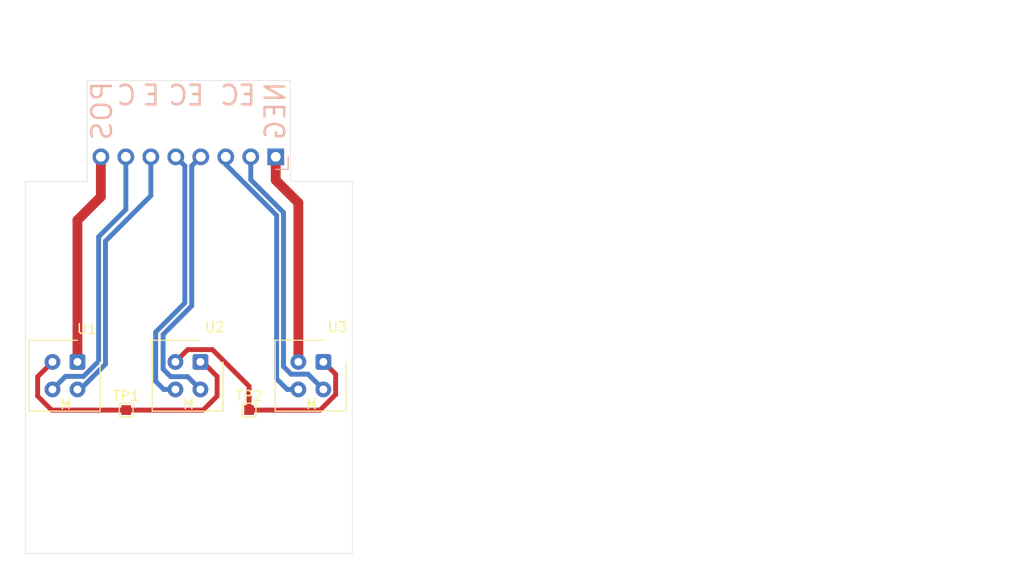
<source format=kicad_pcb>
(kicad_pcb (version 20211014) (generator pcbnew)
  (layers (0 "F.Cu" signal) (31 "B.Cu" signal) (34 "B.Paste" user) (35 "F.Paste" user) (36 "B.SilkS" user "B.Silkscreen") (37 "F.SilkS" user "F.Silkscreen") (38 "B.Mask" user) (39 "F.Mask" user) (44 "Edge.Cuts" user))
  (net 0 "")
  (net 1 "/NEG")
  (net 2 "/POS")
  (net 3 "/E3")
  (net 4 "/C3")
  (net 5 "/E2")
  (net 6 "/C2")
  (net 7 "/E1")
  (net 8 "/C1")
  (net 9 "Net-(TP1-Pad1)")
  (net 10 "Net-(TP2-Pad1)")
  (footprint "Mounting_Holes:MountingHole_3.2mm_M3" (layer "F.Cu") (at 137.5 100)
    (fp_text reference "H1" hide)
    (fp_text value "MountingHole")
    (pad "" np_thru_hole circle locked (at 0 0) (size 3.2 3.2) (drill 3.2) (layers *.Cu *.Mask))
  )
  (footprint "Mounting_Holes:MountingHole_3.2mm_M3" (layer "F.Cu") (at 137.5 80)
    (fp_text reference "H2" hide)
    (fp_text value "MountingHole")
    (pad "" np_thru_hole circle locked (at 0 0) (size 3.2 3.2) (drill 3.2) (layers *.Cu *.Mask))
  )
  (footprint "OptoDevice:Vishay_CNY70" (layer "F.Cu") (at 132.55 88.525 -90)
    (fp_text reference "U1" (at -3.35 -0.95) (layer "F.SilkS"))
    (fp_text value "CNY70")
    (fp_text user "M" (at 4.3 1.2 unlocked) (layer "F.SilkS"))
    (fp_line (start 5 4.9) (end 5 -2.3) (layer "F.SilkS") (width 0.12))
    (fp_line (start -2.2 0) (end -2.2 4.9) (layer "F.SilkS") (width 0.12))
    (fp_line (start -2.2 4.9) (end 5 4.9) (layer "F.SilkS") (width 0.12))
    (fp_line (start 5 -2.3) (end 0 -2.3) (layer "F.SilkS") (width 0.12))
    (pad "1" thru_hole roundrect (at 0 0 270) (size 1.6 1.6) (drill 0.8) (layers *.Cu *.Mask) (roundrect_rratio 0.156) (net 2 "/POS"))
    (pad "2" thru_hole circle (at 0 2.54 270) (size 1.6 1.6) (drill 0.8) (layers *.Cu *.Mask) (net 9 "Net-(TP1-Pad1)"))
    (pad "3" thru_hole circle (at 2.8 2.54 270) (size 1.6 1.6) (drill 0.8) (layers *.Cu *.Mask) (net 8 "/C1"))
    (pad "4" thru_hole circle (at 2.8 0 270) (size 1.6 1.6) (drill 0.8) (layers *.Cu *.Mask) (net 7 "/E1"))
  )
  (footprint "OptoDevice:Vishay_CNY70" (layer "F.Cu") (at 145.05 88.525 -90)
    (fp_text reference "U2" (at -3.525 -1.45) (layer "F.SilkS"))
    (fp_text value "CNY70")
    (fp_text user "M" (at 4.3 1.2 unlocked) (layer "F.SilkS"))
    (fp_line (start -2.2 4.9) (end 5 4.9) (layer "F.SilkS") (width 0.12))
    (fp_line (start 5 4.9) (end 5 -2.3) (layer "F.SilkS") (width 0.12))
    (fp_line (start 5 -2.3) (end 0 -2.3) (layer "F.SilkS") (width 0.12))
    (fp_line (start -2.2 0) (end -2.2 4.9) (layer "F.SilkS") (width 0.12))
    (pad "1" thru_hole roundrect (at 0 0 270) (size 1.6 1.6) (drill 0.8) (layers *.Cu *.Mask) (roundrect_rratio 0.156) (net 9 "Net-(TP1-Pad1)"))
    (pad "2" thru_hole circle (at 0 2.54 270) (size 1.6 1.6) (drill 0.8) (layers *.Cu *.Mask) (net 10 "Net-(TP2-Pad1)"))
    (pad "3" thru_hole circle (at 2.8 2.54 270) (size 1.6 1.6) (drill 0.8) (layers *.Cu *.Mask) (net 6 "/C2"))
    (pad "4" thru_hole circle (at 2.8 0 270) (size 1.6 1.6) (drill 0.8) (layers *.Cu *.Mask) (net 5 "/E2"))
  )
  (footprint "Mounting_Holes:MountingHole_3.2mm_M3" (layer "F.Cu") (at 150 100)
    (fp_text reference "H3" hide)
    (fp_text value "MountingHole")
    (pad "" np_thru_hole circle locked (at 0 0) (size 3.2 3.2) (drill 3.2) (layers *.Cu *.Mask))
  )
  (footprint "Mounting_Holes:MountingHole_3.2mm_M3" (layer "F.Cu") (at 150 80)
    (fp_text reference "H4" hide)
    (fp_text value "MountingHole")
    (pad "" np_thru_hole circle locked (at 0 0) (size 3.2 3.2) (drill 3.2) (layers *.Cu *.Mask))
  )
  (footprint "OptoDevice:Vishay_CNY70" (layer "F.Cu") (at 157.55 88.525 -90)
    (fp_text reference "U3" (at -3.525 -1.45) (layer "F.SilkS"))
    (fp_text value "CNY70")
    (fp_text user "M" (at 4.3 1.2 unlocked) (layer "F.SilkS"))
    (fp_line (start 5 4.9) (end 5 -2.3) (layer "F.SilkS") (width 0.12))
    (fp_line (start 5 -2.3) (end 0 -2.3) (layer "F.SilkS") (width 0.12))
    (fp_line (start -2.2 0) (end -2.2 4.9) (layer "F.SilkS") (width 0.12))
    (fp_line (start -2.2 4.9) (end 5 4.9) (layer "F.SilkS") (width 0.12))
    (pad "1" thru_hole roundrect (at 0 0 270) (size 1.6 1.6) (drill 0.8) (layers *.Cu *.Mask) (roundrect_rratio 0.156) (net 10 "Net-(TP2-Pad1)"))
    (pad "2" thru_hole circle (at 0 2.54 270) (size 1.6 1.6) (drill 0.8) (layers *.Cu *.Mask) (net 1 "/NEG"))
    (pad "3" thru_hole circle (at 2.8 2.54 270) (size 1.6 1.6) (drill 0.8) (layers *.Cu *.Mask) (net 4 "/C3"))
    (pad "4" thru_hole circle (at 2.8 0 270) (size 1.6 1.6) (drill 0.8) (layers *.Cu *.Mask) (net 3 "/E3"))
  )
  (footprint "TestPoint:TestPoint_Pad_1.0x1.0mm" (layer "F.Cu") (at 137.5 93.425)
    (fp_text reference "TP1" (at 0 -1.448) (layer "F.SilkS"))
    (fp_text value "TestPoint")
    (fp_line (start -0.7 0.7) (end -0.7 -0.7) (layer "F.SilkS") (width 0.12))
    (fp_line (start -0.7 -0.7) (end 0.7 -0.7) (layer "F.SilkS") (width 0.12))
    (fp_line (start 0.7 0.7) (end -0.7 0.7) (layer "F.SilkS") (width 0.12))
    (fp_line (start 0.7 -0.7) (end 0.7 0.7) (layer "F.SilkS") (width 0.12))
    (pad "1" smd rect locked (at 0 0) (size 1 1) (layers "F.Cu" "F.Mask") (net 9 "Net-(TP1-Pad1)"))
  )
  (footprint "TestPoint:TestPoint_Pad_1.0x1.0mm" (layer "F.Cu") (at 150 93.425)
    (fp_text reference "TP2" (at 0 -1.448) (layer "F.SilkS"))
    (fp_text value "TestPoint")
    (fp_line (start 0.7 0.7) (end -0.7 0.7) (layer "F.SilkS") (width 0.12))
    (fp_line (start -0.7 -0.7) (end 0.7 -0.7) (layer "F.SilkS") (width 0.12))
    (fp_line (start 0.7 -0.7) (end 0.7 0.7) (layer "F.SilkS") (width 0.12))
    (fp_line (start -0.7 0.7) (end -0.7 -0.7) (layer "F.SilkS") (width 0.12))
    (pad "1" smd rect locked (at 0 0) (size 1 1) (layers "F.Cu" "F.Mask") (net 10 "Net-(TP2-Pad1)"))
  )
  (footprint "Connector_PinHeader_2.54mm:PinHeader_1x08_P2.54mm_Horizontal" (layer "B.Cu") (at 152.71 67.675 90)
    (fp_text reference "J1" hide)
    (fp_text value "Conn_01x08_Male")
    (fp_line (start -1.27 1.27) (end 0 1.27) (layer "B.SilkS") (width 0.12))
    (fp_line (start -1.27 0) (end -1.27 1.27) (layer "B.SilkS") (width 0.12))
    (pad "1" thru_hole rect (at 0 0 90) (size 1.7 1.7) (drill 1) (layers *.Cu *.Mask) (net 1 "/NEG"))
    (pad "2" thru_hole oval (at 0 -2.54 90) (size 1.7 1.7) (drill 1) (layers *.Cu *.Mask) (net 3 "/E3"))
    (pad "3" thru_hole oval (at 0 -5.08 90) (size 1.7 1.7) (drill 1) (layers *.Cu *.Mask) (net 4 "/C3"))
    (pad "4" thru_hole oval (at 0 -7.62 90) (size 1.7 1.7) (drill 1) (layers *.Cu *.Mask) (net 5 "/E2"))
    (pad "5" thru_hole oval (at 0 -10.16 90) (size 1.7 1.7) (drill 1) (layers *.Cu *.Mask) (net 6 "/C2"))
    (pad "6" thru_hole oval (at 0 -12.7 90) (size 1.7 1.7) (drill 1) (layers *.Cu *.Mask) (net 7 "/E1"))
    (pad "7" thru_hole oval (at 0 -15.24 90) (size 1.7 1.7) (drill 1) (layers *.Cu *.Mask) (net 8 "/C1"))
    (pad "8" thru_hole oval (at 0 -17.78 90) (size 1.7 1.7) (drill 1) (layers *.Cu *.Mask) (net 2 "/POS"))
  )
  (gr_line (start 127.25 70.175) (end 127.25 108) (layer "Edge.Cuts") (width 0.05))
  (gr_line (start 154.21 70.175) (end 154.21 59.925) (layer "Edge.Cuts") (width 0.05))
  (gr_line (start 133.54 70.175) (end 127.25 70.175) (layer "Edge.Cuts") (width 0.05))
  (gr_line (start 160.5 70.175) (end 154.21 70.175) (layer "Edge.Cuts") (width 0.05))
  (gr_line (start 154.21 59.925) (end 133.54 59.925) (layer "Edge.Cuts") (width 0.05))
  (gr_line (start 160.5 108) (end 160.5 70.175) (layer "Edge.Cuts") (width 0.05))
  (gr_line (start 127.25 108) (end 160.5 108) (layer "Edge.Cuts") (width 0.05))
  (gr_line (start 133.54 59.925) (end 133.54 70.175) (layer "Edge.Cuts") (width 0.05))
  (gr_text "NEG" (at 152.665 63 90) (layer "B.SilkS") (effects (font (size 2 2) (thickness 0.25)) (justify mirror)))
  (gr_text "POS" (at 135.04 63 90) (layer "B.SilkS") (effects (font (size 2 2) (thickness 0.25)) (justify mirror)))
  (gr_text "C" (at 137.54 61.425) (layer "B.SilkS") (effects (font (size 2 2) (thickness 0.25)) (justify mirror)))
  (gr_text "C" (at 142.79 61.425) (layer "B.SilkS") (effects (font (size 2 2) (thickness 0.25)) (justify mirror)))
  (gr_text "C" (at 148.04 61.425) (layer "B.SilkS") (effects (font (size 2 2) (thickness 0.25)) (justify mirror)))
  (gr_text "E" (at 149.79 61.425) (layer "B.SilkS") (effects (font (size 2 2) (thickness 0.25)) (justify mirror)))
  (gr_text "E" (at 144.54 61.425) (layer "B.SilkS") (effects (font (size 2 2) (thickness 0.25)) (justify mirror)))
  (gr_text "E" (at 140.04 61.425) (layer "B.SilkS") (effects (font (size 2 2) (thickness 0.25)) (justify mirror)))
  (segment (start 152.71 67.675) (end 152.71 70.045) (width 1) (layer "F.Cu") (net 1))
  (segment (start 152.71 70.045) (end 155.01 72.345) (width 1) (layer "F.Cu") (net 1))
  (segment (start 155.01 72.345) (end 155.01 88.525) (width 1) (layer "F.Cu") (net 1))
  (segment (start 132.55 88.525) (end 132.55 74.115) (width 1) (layer "F.Cu") (net 2))
  (segment (start 132.55 74.115) (end 134.93 71.735) (width 1) (layer "F.Cu") (net 2))
  (segment (start 134.93 71.735) (end 134.93 67.675) (width 1) (layer "F.Cu") (net 2))
  (segment (start 153.5 89) (end 153.5 73.335) (width 0.5) (layer "B.Cu") (net 3))
  (segment (start 155.999511 89.774511) (end 154.274511 89.774511) (width 0.5) (layer "B.Cu") (net 3))
  (segment (start 157.55 91.325) (end 155.999511 89.774511) (width 0.5) (layer "B.Cu") (net 3))
  (segment (start 150.17 70.005) (end 150.17 67.675) (width 0.5) (layer "B.Cu") (net 3))
  (segment (start 154.274511 89.774511) (end 153.5 89) (width 0.5) (layer "B.Cu") (net 3))
  (segment (start 153.5 73.335) (end 150.17 70.005) (width 0.5) (layer "B.Cu") (net 3))
  (segment (start 152.80048 73.62475) (end 147.63 68.45427) (width 0.5) (layer "B.Cu") (net 4))
  (segment (start 152.80048 90.24685) (end 152.80048 73.62475) (width 0.5) (layer "B.Cu") (net 4))
  (segment (start 153.87863 91.325) (end 152.80048 90.24685) (width 0.5) (layer "B.Cu") (net 4))
  (segment (start 155.01 91.325) (end 153.87863 91.325) (width 0.5) (layer "B.Cu") (net 4))
  (segment (start 147.63 68.45427) (end 147.63 67.675) (width 0.5) (layer "B.Cu") (net 4))
  (segment (start 141.260489 85.739511) (end 144.165 82.835) (width 0.5) (layer "B.Cu") (net 5))
  (segment (start 141.260489 89.260489) (end 141.260489 85.739511) (width 0.5) (layer "B.Cu") (net 5))
  (segment (start 144.165 82.835) (end 144.165 68.6) (width 0.5) (layer "B.Cu") (net 5))
  (segment (start 145.05 91.325) (end 143.75 90.025) (width 0.5) (layer "B.Cu") (net 5))
  (segment (start 143.75 90.025) (end 142.025 90.025) (width 0.5) (layer "B.Cu") (net 5))
  (segment (start 142.025 90.025) (end 141.260489 89.260489) (width 0.5) (layer "B.Cu") (net 5))
  (segment (start 144.165 68.6) (end 145.09 67.675) (width 0.5) (layer "B.Cu") (net 5))
  (segment (start 140.5 85.5) (end 143.46548 82.53452) (width 0.5) (layer "B.Cu") (net 6))
  (segment (start 143.46548 68.59048) (end 142.55 67.675) (width 0.5) (layer "B.Cu") (net 6))
  (segment (start 143.46548 82.53452) (end 143.46548 68.59048) (width 0.5) (layer "B.Cu") (net 6))
  (segment (start 140.5 90.5) (end 140.5 85.5) (width 0.5) (layer "B.Cu") (net 6))
  (segment (start 142.51 91.325) (end 141.325 91.325) (width 0.5) (layer "B.Cu") (net 6))
  (segment (start 141.325 91.325) (end 140.5 90.5) (width 0.5) (layer "B.Cu") (net 6))
  (segment (start 132.828774 91.325) (end 135.400479 88.753295) (width 0.5) (layer "B.Cu") (net 7))
  (segment (start 135.400479 88.753295) (end 135.400479 76.244521) (width 0.5) (layer "B.Cu") (net 7))
  (segment (start 135.400479 76.244521) (end 140.01 71.635) (width 0.5) (layer "B.Cu") (net 7))
  (segment (start 140.01 71.635) (end 140.01 67.675) (width 0.5) (layer "B.Cu") (net 7))
  (segment (start 132.55 91.325) (end 132.828774 91.325) (width 0.5) (layer "B.Cu") (net 7))
  (segment (start 134.70096 75.79904) (end 137.47 73.03) (width 0.5) (layer "B.Cu") (net 8))
  (segment (start 131.335 90) (end 133.164504 90) (width 0.5) (layer "B.Cu") (net 8))
  (segment (start 133.164504 90) (end 134.70096 88.463544) (width 0.5) (layer "B.Cu") (net 8))
  (segment (start 134.70096 88.463544) (end 134.70096 75.79904) (width 0.5) (layer "B.Cu") (net 8))
  (segment (start 137.47 73.03) (end 137.47 67.675) (width 0.5) (layer "B.Cu") (net 8))
  (segment (start 130.01 91.325) (end 131.335 90) (width 0.5) (layer "B.Cu") (net 8))
  (segment (start 129.925 93.425) (end 137.5 93.425) (width 0.5) (layer "F.Cu") (net 9))
  (segment (start 145.275 88.525) (end 146.75 90) (width 0.5) (layer "F.Cu") (net 9))
  (segment (start 146.75 92) (end 145.325 93.425) (width 0.5) (layer "F.Cu") (net 9))
  (segment (start 128.5 90.035) (end 128.5 92) (width 0.5) (layer "F.Cu") (net 9))
  (segment (start 145.05 88.525) (end 145.275 88.525) (width 0.5) (layer "F.Cu") (net 9))
  (segment (start 146.75 90) (end 146.75 92) (width 0.5) (layer "F.Cu") (net 9))
  (segment (start 130.01 88.525) (end 128.5 90.035) (width 0.5) (layer "F.Cu") (net 9))
  (segment (start 145.325 93.425) (end 137.5 93.425) (width 0.5) (layer "F.Cu") (net 9))
  (segment (start 128.5 92) (end 129.925 93.425) (width 0.5) (layer "F.Cu") (net 9))
  (segment (start 158.799511 89.774511) (end 157.55 88.525) (width 0.5) (layer "F.Cu") (net 10))
  (segment (start 157.217076 93.425) (end 158.799511 91.842565) (width 0.5) (layer "F.Cu") (net 10))
  (segment (start 150 91) (end 150 93.425) (width 0.5) (layer "F.Cu") (net 10))
  (segment (start 150 93.425) (end 157.217076 93.425) (width 0.5) (layer "F.Cu") (net 10))
  (segment (start 142.51 88.525) (end 143.75952 87.27548) (width 0.5) (layer "F.Cu") (net 10))
  (segment (start 146.27548 87.27548) (end 150 91) (width 0.5) (layer "F.Cu") (net 10))
  (segment (start 158.799511 91.842565) (end 158.799511 89.774511) (width 0.5) (layer "F.Cu") (net 10))
  (segment (start 143.75952 87.27548) (end 146.27548 87.27548) (width 0.5) (layer "F.Cu") (net 10))
)
</source>
